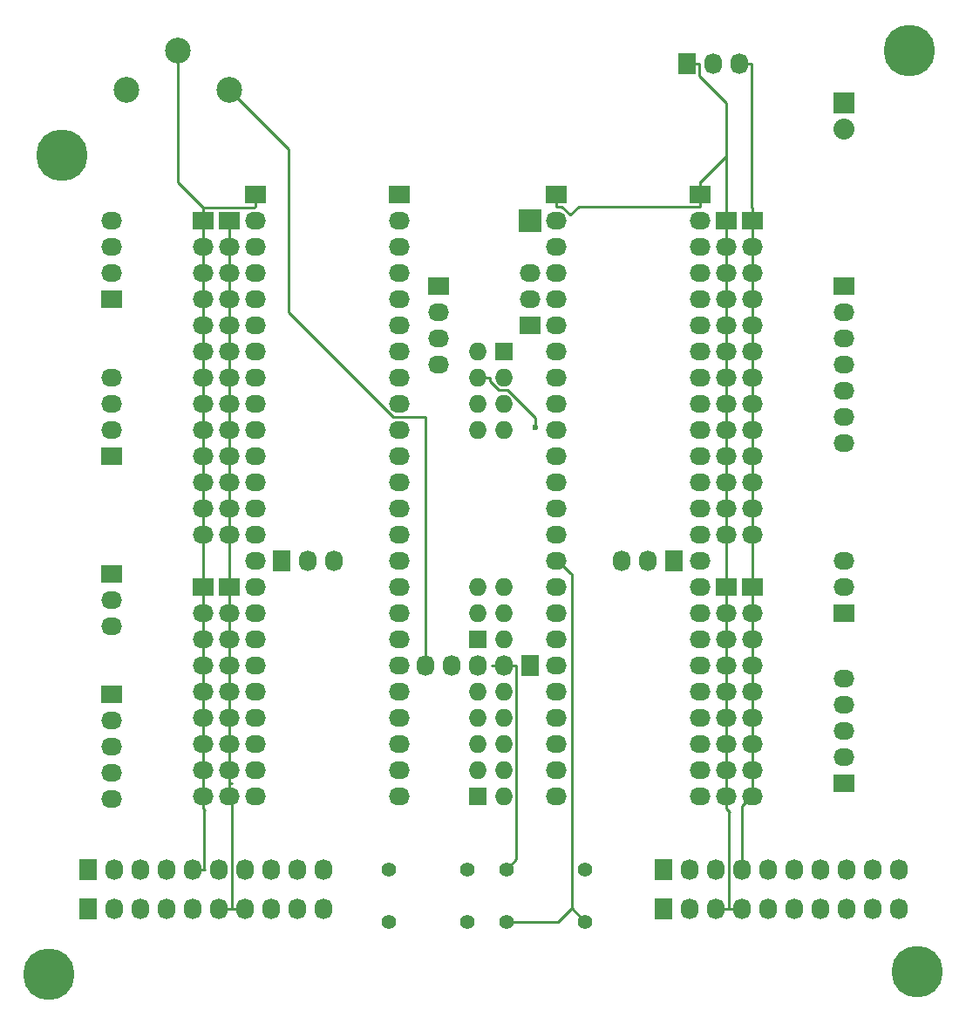
<source format=gbr>
G04 #@! TF.FileFunction,Copper,L1,Top,Signal*
%FSLAX46Y46*%
G04 Gerber Fmt 4.6, Leading zero omitted, Abs format (unit mm)*
G04 Created by KiCad (PCBNEW 4.0.4-stable) date 12/11/16 07:23:16*
%MOMM*%
%LPD*%
G01*
G04 APERTURE LIST*
%ADD10C,0.100000*%
%ADD11C,1.397000*%
%ADD12R,1.727200X2.032000*%
%ADD13O,1.727200X2.032000*%
%ADD14C,2.499360*%
%ADD15R,2.032000X1.727200*%
%ADD16O,2.032000X1.727200*%
%ADD17R,1.727200X1.727200*%
%ADD18O,1.727200X1.727200*%
%ADD19R,2.235200X2.235200*%
%ADD20R,2.032000X2.032000*%
%ADD21O,2.032000X2.032000*%
%ADD22C,5.000000*%
%ADD23C,0.600000*%
%ADD24C,0.250000*%
G04 APERTURE END LIST*
D10*
D11*
X122174000Y-116332000D03*
X122174000Y-121412000D03*
X114554000Y-116332000D03*
X114554000Y-121412000D03*
D12*
X129794000Y-120142000D03*
D13*
X132334000Y-120142000D03*
X134874000Y-120142000D03*
X137414000Y-120142000D03*
X139954000Y-120142000D03*
X142494000Y-120142000D03*
X145034000Y-120142000D03*
X147574000Y-120142000D03*
X150114000Y-120142000D03*
X152654000Y-120142000D03*
D12*
X73914000Y-120142000D03*
D13*
X76454000Y-120142000D03*
X78994000Y-120142000D03*
X81534000Y-120142000D03*
X84074000Y-120142000D03*
X86614000Y-120142000D03*
X89154000Y-120142000D03*
X91694000Y-120142000D03*
X94234000Y-120142000D03*
X96774000Y-120142000D03*
D12*
X73914000Y-116332000D03*
D13*
X76454000Y-116332000D03*
X78994000Y-116332000D03*
X81534000Y-116332000D03*
X84074000Y-116332000D03*
X86614000Y-116332000D03*
X89154000Y-116332000D03*
X91694000Y-116332000D03*
X94234000Y-116332000D03*
X96774000Y-116332000D03*
D14*
X77627440Y-40640020D03*
X82628700Y-36840180D03*
X87629960Y-40640020D03*
D15*
X85090000Y-53340000D03*
D16*
X85090000Y-55880000D03*
X85090000Y-58420000D03*
X85090000Y-60960000D03*
X85090000Y-63500000D03*
X85090000Y-66040000D03*
X85090000Y-68580000D03*
X85090000Y-71120000D03*
X85090000Y-73660000D03*
X85090000Y-76200000D03*
X85090000Y-78740000D03*
X85090000Y-81280000D03*
X85090000Y-83820000D03*
D15*
X85090000Y-88900000D03*
D16*
X85090000Y-91440000D03*
X85090000Y-93980000D03*
X85090000Y-96520000D03*
X85090000Y-99060000D03*
X85090000Y-101600000D03*
X85090000Y-104140000D03*
X85090000Y-106680000D03*
X85090000Y-109220000D03*
D15*
X87630000Y-53340000D03*
D16*
X87630000Y-55880000D03*
X87630000Y-58420000D03*
X87630000Y-60960000D03*
X87630000Y-63500000D03*
X87630000Y-66040000D03*
X87630000Y-68580000D03*
X87630000Y-71120000D03*
X87630000Y-73660000D03*
X87630000Y-76200000D03*
X87630000Y-78740000D03*
X87630000Y-81280000D03*
X87630000Y-83820000D03*
D15*
X87630000Y-88900000D03*
D16*
X87630000Y-91440000D03*
X87630000Y-93980000D03*
X87630000Y-96520000D03*
X87630000Y-99060000D03*
X87630000Y-101600000D03*
X87630000Y-104140000D03*
X87630000Y-106680000D03*
X87630000Y-109220000D03*
D12*
X92710000Y-86360000D03*
D13*
X95250000Y-86360000D03*
X97790000Y-86360000D03*
D12*
X130810000Y-86360000D03*
D13*
X128270000Y-86360000D03*
X125730000Y-86360000D03*
D12*
X132080000Y-38100000D03*
D13*
X134620000Y-38100000D03*
X137160000Y-38100000D03*
D15*
X90170000Y-50800000D03*
D16*
X90170000Y-53340000D03*
X90170000Y-55880000D03*
X90170000Y-58420000D03*
X90170000Y-60960000D03*
X90170000Y-63500000D03*
X90170000Y-66040000D03*
X90170000Y-68580000D03*
X90170000Y-71120000D03*
X90170000Y-73660000D03*
X90170000Y-76200000D03*
X90170000Y-78740000D03*
X90170000Y-81280000D03*
X90170000Y-83820000D03*
X90170000Y-86360000D03*
X90170000Y-88900000D03*
X90170000Y-91440000D03*
X90170000Y-93980000D03*
X90170000Y-96520000D03*
X90170000Y-99060000D03*
X90170000Y-101600000D03*
X90170000Y-104140000D03*
X90170000Y-106680000D03*
X90170000Y-109220000D03*
D15*
X104140000Y-50800000D03*
D16*
X104140000Y-53340000D03*
X104140000Y-55880000D03*
X104140000Y-58420000D03*
X104140000Y-60960000D03*
X104140000Y-63500000D03*
X104140000Y-66040000D03*
X104140000Y-68580000D03*
X104140000Y-71120000D03*
X104140000Y-73660000D03*
X104140000Y-76200000D03*
X104140000Y-78740000D03*
X104140000Y-81280000D03*
X104140000Y-83820000D03*
X104140000Y-86360000D03*
X104140000Y-88900000D03*
X104140000Y-91440000D03*
X104140000Y-93980000D03*
X104140000Y-96520000D03*
X104140000Y-99060000D03*
X104140000Y-101600000D03*
X104140000Y-104140000D03*
X104140000Y-106680000D03*
X104140000Y-109220000D03*
D15*
X76200000Y-87630000D03*
D16*
X76200000Y-90170000D03*
X76200000Y-92710000D03*
D15*
X119380000Y-50800000D03*
D16*
X119380000Y-53340000D03*
X119380000Y-55880000D03*
X119380000Y-58420000D03*
X119380000Y-60960000D03*
X119380000Y-63500000D03*
X119380000Y-66040000D03*
X119380000Y-68580000D03*
X119380000Y-71120000D03*
X119380000Y-73660000D03*
X119380000Y-76200000D03*
X119380000Y-78740000D03*
X119380000Y-81280000D03*
X119380000Y-83820000D03*
X119380000Y-86360000D03*
X119380000Y-88900000D03*
X119380000Y-91440000D03*
X119380000Y-93980000D03*
X119380000Y-96520000D03*
X119380000Y-99060000D03*
X119380000Y-101600000D03*
X119380000Y-104140000D03*
X119380000Y-106680000D03*
X119380000Y-109220000D03*
D15*
X133350000Y-50800000D03*
D16*
X133350000Y-53340000D03*
X133350000Y-55880000D03*
X133350000Y-58420000D03*
X133350000Y-60960000D03*
X133350000Y-63500000D03*
X133350000Y-66040000D03*
X133350000Y-68580000D03*
X133350000Y-71120000D03*
X133350000Y-73660000D03*
X133350000Y-76200000D03*
X133350000Y-78740000D03*
X133350000Y-81280000D03*
X133350000Y-83820000D03*
X133350000Y-86360000D03*
X133350000Y-88900000D03*
X133350000Y-91440000D03*
X133350000Y-93980000D03*
X133350000Y-96520000D03*
X133350000Y-99060000D03*
X133350000Y-101600000D03*
X133350000Y-104140000D03*
X133350000Y-106680000D03*
X133350000Y-109220000D03*
D15*
X135890000Y-53340000D03*
D16*
X135890000Y-55880000D03*
X135890000Y-58420000D03*
X135890000Y-60960000D03*
X135890000Y-63500000D03*
X135890000Y-66040000D03*
X135890000Y-68580000D03*
X135890000Y-71120000D03*
X135890000Y-73660000D03*
X135890000Y-76200000D03*
X135890000Y-78740000D03*
X135890000Y-81280000D03*
X135890000Y-83820000D03*
D15*
X135890000Y-88900000D03*
D16*
X135890000Y-91440000D03*
X135890000Y-93980000D03*
X135890000Y-96520000D03*
X135890000Y-99060000D03*
X135890000Y-101600000D03*
X135890000Y-104140000D03*
X135890000Y-106680000D03*
X135890000Y-109220000D03*
D15*
X138430000Y-53340000D03*
D16*
X138430000Y-55880000D03*
X138430000Y-58420000D03*
X138430000Y-60960000D03*
X138430000Y-63500000D03*
X138430000Y-66040000D03*
X138430000Y-68580000D03*
X138430000Y-71120000D03*
X138430000Y-73660000D03*
X138430000Y-76200000D03*
X138430000Y-78740000D03*
X138430000Y-81280000D03*
X138430000Y-83820000D03*
D15*
X138430000Y-88900000D03*
D16*
X138430000Y-91440000D03*
X138430000Y-93980000D03*
X138430000Y-96520000D03*
X138430000Y-99060000D03*
X138430000Y-101600000D03*
X138430000Y-104140000D03*
X138430000Y-106680000D03*
X138430000Y-109220000D03*
D15*
X116840000Y-63500000D03*
D16*
X116840000Y-60960000D03*
X116840000Y-58420000D03*
D15*
X76200000Y-76200000D03*
D16*
X76200000Y-73660000D03*
X76200000Y-71120000D03*
X76200000Y-68580000D03*
D17*
X114300000Y-66040000D03*
D18*
X111760000Y-66040000D03*
X114300000Y-68580000D03*
X111760000Y-68580000D03*
X114300000Y-71120000D03*
X111760000Y-71120000D03*
X114300000Y-73660000D03*
X111760000Y-73660000D03*
D17*
X111760000Y-93980000D03*
D18*
X114300000Y-93980000D03*
X111760000Y-91440000D03*
X114300000Y-91440000D03*
X111760000Y-88900000D03*
X114300000Y-88900000D03*
D17*
X111760000Y-109220000D03*
D18*
X114300000Y-109220000D03*
X111760000Y-106680000D03*
X114300000Y-106680000D03*
X111760000Y-104140000D03*
X114300000Y-104140000D03*
X111760000Y-101600000D03*
X114300000Y-101600000D03*
X111760000Y-99060000D03*
X114300000Y-99060000D03*
D19*
X116840000Y-53340000D03*
D20*
X147320000Y-41910000D03*
D21*
X147320000Y-44450000D03*
D15*
X147320000Y-59690000D03*
D16*
X147320000Y-62230000D03*
X147320000Y-64770000D03*
X147320000Y-67310000D03*
X147320000Y-69850000D03*
X147320000Y-72390000D03*
X147320000Y-74930000D03*
D15*
X76200000Y-99314000D03*
D16*
X76200000Y-101854000D03*
X76200000Y-104394000D03*
X76200000Y-106934000D03*
X76200000Y-109474000D03*
D12*
X116840000Y-96520000D03*
D13*
X114300000Y-96520000D03*
X111760000Y-96520000D03*
X109220000Y-96520000D03*
X106680000Y-96520000D03*
D15*
X107950000Y-59690000D03*
D16*
X107950000Y-62230000D03*
X107950000Y-64770000D03*
X107950000Y-67310000D03*
D15*
X76200000Y-60960000D03*
D16*
X76200000Y-58420000D03*
X76200000Y-55880000D03*
X76200000Y-53340000D03*
D15*
X147320000Y-107950000D03*
D16*
X147320000Y-105410000D03*
X147320000Y-102870000D03*
X147320000Y-100330000D03*
X147320000Y-97790000D03*
D12*
X129794000Y-116332000D03*
D13*
X132334000Y-116332000D03*
X134874000Y-116332000D03*
X137414000Y-116332000D03*
X139954000Y-116332000D03*
X142494000Y-116332000D03*
X145034000Y-116332000D03*
X147574000Y-116332000D03*
X150114000Y-116332000D03*
X152654000Y-116332000D03*
D11*
X110744000Y-116332000D03*
X110744000Y-121412000D03*
X103124000Y-116332000D03*
X103124000Y-121412000D03*
D15*
X147320000Y-91440000D03*
D16*
X147320000Y-88900000D03*
X147320000Y-86360000D03*
D22*
X153670000Y-36830000D03*
X71374000Y-46990000D03*
X70104000Y-126492000D03*
X154432000Y-126238000D03*
D23*
X117347000Y-73487200D03*
D24*
X106680000Y-72390000D02*
X106680000Y-96520000D01*
X103514000Y-72390000D02*
X106680000Y-72390000D01*
X93392600Y-46402600D02*
X87630000Y-40640000D01*
X93392600Y-62269100D02*
X93392600Y-46402600D01*
X103514000Y-72390000D02*
X93392600Y-62269100D01*
X138349000Y-38100000D02*
X137160000Y-38100000D01*
X138349000Y-52070000D02*
X138349000Y-38100000D01*
X138430000Y-52151100D02*
X138349000Y-52070000D01*
X138430000Y-53340000D02*
X138430000Y-52151100D01*
X85090000Y-88900000D02*
X85090000Y-83820000D01*
X138430000Y-88900000D02*
X138430000Y-83820000D01*
X82628700Y-49689800D02*
X82628700Y-36840200D01*
X85090000Y-52151100D02*
X82628700Y-49689800D01*
X85090000Y-52151000D02*
X85090000Y-52151100D01*
X90007900Y-52151000D02*
X85090000Y-52151000D01*
X90170000Y-51988900D02*
X90007900Y-52151000D01*
X90170000Y-50800000D02*
X90170000Y-51988900D01*
X85090000Y-58420000D02*
X85090000Y-55880000D01*
X138430000Y-60960000D02*
X138430000Y-58420000D01*
X85090000Y-106680000D02*
X85090000Y-104140000D01*
X138430000Y-73660000D02*
X138430000Y-71120000D01*
X138430000Y-106680000D02*
X138430000Y-104140000D01*
X85090000Y-109220000D02*
X85090000Y-106680000D01*
X85090000Y-83820000D02*
X85090000Y-81280000D01*
X85090000Y-81280000D02*
X85090000Y-78740000D01*
X85090000Y-78740000D02*
X85090000Y-76200000D01*
X85090000Y-76200000D02*
X85090000Y-73660000D01*
X85090000Y-55880000D02*
X85090000Y-53340000D01*
X85090000Y-53340000D02*
X85090000Y-52151100D01*
X138430000Y-58420000D02*
X138430000Y-55880000D01*
X138430000Y-55880000D02*
X138430000Y-53340000D01*
X138430000Y-99060000D02*
X138430000Y-96520000D01*
X138430000Y-96520000D02*
X138430000Y-93980000D01*
X85090000Y-73660000D02*
X85090000Y-71120000D01*
X85090000Y-71120000D02*
X85090000Y-68580000D01*
X85090000Y-93980000D02*
X85090000Y-91440000D01*
X85090000Y-91440000D02*
X85090000Y-88900000D01*
X138430000Y-93980000D02*
X138430000Y-91440000D01*
X138430000Y-91440000D02*
X138430000Y-88900000D01*
X85090000Y-68580000D02*
X85090000Y-66040000D01*
X85090000Y-66040000D02*
X85090000Y-63500000D01*
X138430000Y-66040000D02*
X138430000Y-63500000D01*
X138430000Y-63500000D02*
X138430000Y-60960000D01*
X85090000Y-63500000D02*
X85090000Y-60960000D01*
X85090000Y-60960000D02*
X85090000Y-58420000D01*
X85090000Y-99060000D02*
X85090000Y-96520000D01*
X85090000Y-96520000D02*
X85090000Y-93980000D01*
X138430000Y-78740000D02*
X138430000Y-76200000D01*
X138430000Y-76200000D02*
X138430000Y-73660000D01*
X138430000Y-104140000D02*
X138430000Y-101600000D01*
X138430000Y-101600000D02*
X138430000Y-99060000D01*
X138430000Y-83820000D02*
X138430000Y-81280000D01*
X138430000Y-81280000D02*
X138430000Y-78740000D01*
X138430000Y-71120000D02*
X138430000Y-68580000D01*
X138430000Y-68580000D02*
X138430000Y-66040000D01*
X85090000Y-104140000D02*
X85090000Y-101600000D01*
X85090000Y-101600000D02*
X85090000Y-99060000D01*
X138430000Y-109220000D02*
X138430000Y-109139000D01*
X138430000Y-109139000D02*
X138430000Y-106680000D01*
X138430000Y-109139000D02*
X137414000Y-110155000D01*
X137414000Y-110155000D02*
X137414000Y-116332000D01*
X85176500Y-110495600D02*
X85262900Y-110582000D01*
X85176500Y-110495600D02*
X85176500Y-116332000D01*
X85262900Y-116332000D02*
X85176500Y-116332000D01*
X85176500Y-116332000D02*
X84074000Y-116332000D01*
X85090000Y-110409000D02*
X85176500Y-110495600D01*
X85090000Y-109220000D02*
X85090000Y-110409000D01*
X87630000Y-88900000D02*
X87630000Y-83820000D01*
X135890000Y-88900000D02*
X135890000Y-83820000D01*
X87630000Y-63500000D02*
X87630000Y-60960000D01*
X135890000Y-60960000D02*
X135890000Y-58420000D01*
X87630000Y-101600000D02*
X87630000Y-99060000D01*
X135890000Y-41910000D02*
X135890000Y-47143100D01*
X133269000Y-39288900D02*
X135890000Y-41910000D01*
X133269000Y-38100000D02*
X133269000Y-39288900D01*
X132080000Y-38100000D02*
X133269000Y-38100000D01*
X135890000Y-47143100D02*
X135890000Y-53340000D01*
X133422000Y-49611100D02*
X135890000Y-47143100D01*
X133350000Y-49611100D02*
X133422000Y-49611100D01*
X133350000Y-50800000D02*
X133350000Y-49611100D01*
X87630000Y-60960000D02*
X87630000Y-58420000D01*
X135890000Y-83820000D02*
X135890000Y-81280000D01*
X135890000Y-73660000D02*
X135890000Y-71120000D01*
X135890000Y-106680000D02*
X135890000Y-104140000D01*
X135890000Y-81280000D02*
X135890000Y-78740000D01*
X135890000Y-109220000D02*
X135890000Y-106680000D01*
X87803000Y-107950000D02*
X87884000Y-108031000D01*
X87630000Y-107950000D02*
X87803000Y-107950000D01*
X87630000Y-83820000D02*
X87630000Y-81280000D01*
X87630000Y-81280000D02*
X87630000Y-78740000D01*
X133350000Y-51988900D02*
X121562000Y-51988900D01*
X133350000Y-50800000D02*
X133350000Y-51988900D01*
X87630000Y-73660000D02*
X87630000Y-71120000D01*
X87630000Y-71120000D02*
X87630000Y-68580000D01*
X87630000Y-78740000D02*
X87630000Y-76200000D01*
X87630000Y-76200000D02*
X87630000Y-73660000D01*
X135890000Y-58420000D02*
X135890000Y-55880000D01*
X135890000Y-55880000D02*
X135890000Y-53340000D01*
X87630000Y-99060000D02*
X87630000Y-96520000D01*
X87630000Y-96520000D02*
X87630000Y-93980000D01*
X87630000Y-106680000D02*
X87630000Y-104140000D01*
X87630000Y-104140000D02*
X87630000Y-101600000D01*
X87630000Y-93980000D02*
X87630000Y-91440000D01*
X87630000Y-91440000D02*
X87630000Y-88900000D01*
X135890000Y-93980000D02*
X135890000Y-91440000D01*
X135890000Y-91440000D02*
X135890000Y-88900000D01*
X87630000Y-68580000D02*
X87630000Y-66040000D01*
X87630000Y-66040000D02*
X87630000Y-63500000D01*
X135890000Y-66040000D02*
X135890000Y-63500000D01*
X135890000Y-63500000D02*
X135890000Y-60960000D01*
X135890000Y-99060000D02*
X135890000Y-96520000D01*
X135890000Y-96520000D02*
X135890000Y-93980000D01*
X135890000Y-71120000D02*
X135890000Y-68580000D01*
X135890000Y-68580000D02*
X135890000Y-66040000D01*
X87630000Y-58420000D02*
X87630000Y-55880000D01*
X87630000Y-55880000D02*
X87630000Y-53340000D01*
X135890000Y-78740000D02*
X135890000Y-76200000D01*
X135890000Y-76200000D02*
X135890000Y-73660000D01*
X135890000Y-104140000D02*
X135890000Y-101600000D01*
X135890000Y-101600000D02*
X135890000Y-99060000D01*
X87630000Y-107950000D02*
X87630000Y-106680000D01*
X87630000Y-109220000D02*
X87630000Y-108585000D01*
X87630000Y-108585000D02*
X87630000Y-107950000D01*
X87884000Y-108839000D02*
X87884000Y-120061000D01*
X87630000Y-108585000D02*
X87884000Y-108839000D01*
X87965100Y-120142000D02*
X87884000Y-120061000D01*
X89154000Y-120142000D02*
X87965100Y-120142000D01*
X87802900Y-120142000D02*
X86614000Y-120142000D01*
X87884000Y-120061000D02*
X87802900Y-120142000D01*
X135890000Y-110409000D02*
X136225000Y-110744000D01*
X135890000Y-109220000D02*
X135890000Y-110409000D01*
X134874000Y-120142000D02*
X136144000Y-120142000D01*
X136144000Y-120142000D02*
X137414000Y-120142000D01*
X136144000Y-110825000D02*
X136225000Y-110744000D01*
X136144000Y-120142000D02*
X136144000Y-110825000D01*
X121562000Y-51988900D02*
X120731000Y-52819700D01*
X120731000Y-52819700D02*
X119900000Y-51988900D01*
X119532000Y-86360000D02*
X120721000Y-87548600D01*
X119380000Y-86360000D02*
X119532000Y-86360000D01*
X119593000Y-121412000D02*
X120883500Y-120121500D01*
X114554000Y-121412000D02*
X119593000Y-121412000D01*
X122174000Y-121412000D02*
X120883500Y-120121500D01*
X120883400Y-87711000D02*
X120721000Y-87548600D01*
X120883500Y-87711000D02*
X120883400Y-87711000D01*
X120883500Y-120121500D02*
X120883500Y-87711000D01*
X117347000Y-72484900D02*
X117347000Y-73487200D01*
X114631000Y-69768900D02*
X117347000Y-72484900D01*
X113766000Y-69768900D02*
X114631000Y-69768900D01*
X112949000Y-68951600D02*
X113766000Y-69768900D01*
X112949000Y-68580000D02*
X112949000Y-68951600D01*
X111760000Y-68580000D02*
X112949000Y-68580000D01*
X114300000Y-96520000D02*
X113111000Y-96520000D01*
X115488900Y-115397100D02*
X115488900Y-96520000D01*
X114554000Y-116332000D02*
X115488900Y-115397100D01*
X114300000Y-96520000D02*
X115488900Y-96520000D01*
X119380000Y-51988900D02*
X119380000Y-50800000D01*
X119900000Y-51988900D02*
X119380000Y-51988900D01*
M02*

</source>
